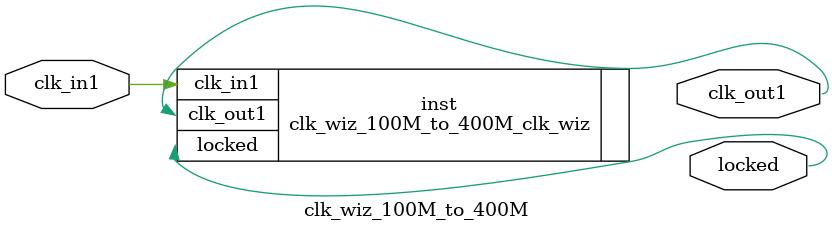
<source format=v>


`timescale 1ps/1ps

(* CORE_GENERATION_INFO = "clk_wiz_100M_to_400M,clk_wiz_v6_0_0_0,{component_name=clk_wiz_100M_to_400M,use_phase_alignment=true,use_min_o_jitter=false,use_max_i_jitter=false,use_dyn_phase_shift=false,use_inclk_switchover=false,use_dyn_reconfig=false,enable_axi=0,feedback_source=FDBK_AUTO,PRIMITIVE=PLL,num_out_clk=1,clkin1_period=10.000,clkin2_period=10.000,use_power_down=false,use_reset=false,use_locked=true,use_inclk_stopped=false,feedback_type=SINGLE,CLOCK_MGR_TYPE=NA,manual_override=true}" *)

module clk_wiz_100M_to_400M 
 (
  // Clock out ports
  output        clk_out1,
  // Status and control signals
  output        locked,
 // Clock in ports
  input         clk_in1
 );

  clk_wiz_100M_to_400M_clk_wiz inst
  (
  // Clock out ports  
  .clk_out1(clk_out1),
  // Status and control signals               
  .locked(locked),
 // Clock in ports
  .clk_in1(clk_in1)
  );

endmodule

</source>
